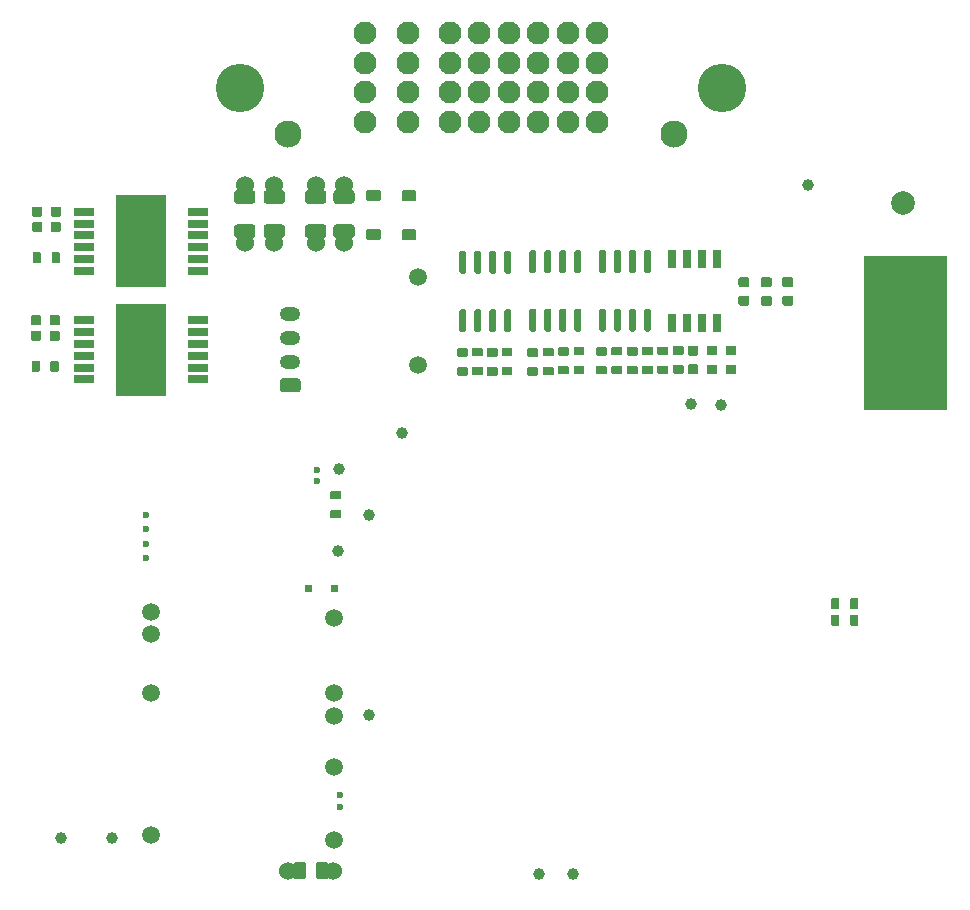
<source format=gts>
G04 #@! TF.GenerationSoftware,KiCad,Pcbnew,8.0.9-8.0.9-0~ubuntu24.04.1*
G04 #@! TF.CreationDate,2025-10-07T03:53:54+00:00*
G04 #@! TF.ProjectId,PROLT,50524f4c-542e-46b6-9963-61645f706362,rev?*
G04 #@! TF.SameCoordinates,Original*
G04 #@! TF.FileFunction,Soldermask,Top*
G04 #@! TF.FilePolarity,Negative*
%FSLAX46Y46*%
G04 Gerber Fmt 4.6, Leading zero omitted, Abs format (unit mm)*
G04 Created by KiCad (PCBNEW 8.0.9-8.0.9-0~ubuntu24.04.1) date 2025-10-07 03:53:54*
%MOMM*%
%LPD*%
G01*
G04 APERTURE LIST*
%ADD10C,0.120000*%
%ADD11C,1.000000*%
%ADD12C,1.524000*%
%ADD13R,0.650000X1.525000*%
%ADD14R,1.750000X0.650000*%
%ADD15R,4.300000X7.900000*%
%ADD16O,1.750000X1.200000*%
%ADD17C,4.100000*%
%ADD18C,2.300000*%
%ADD19C,1.950000*%
%ADD20C,0.600000*%
%ADD21C,2.000000*%
%ADD22C,1.500000*%
G04 APERTURE END LIST*
D10*
G04 #@! TO.C,U1*
X79400000Y40962500D02*
X72400000Y40962500D01*
X72400000Y53962500D01*
X79400000Y53962500D01*
X79400000Y40962500D01*
G36*
X79400000Y40962500D02*
G01*
X72400000Y40962500D01*
X72400000Y53962500D01*
X79400000Y53962500D01*
X79400000Y40962500D01*
G37*
G04 #@! TD*
G04 #@! TO.C,R9*
G36*
G01*
X38830000Y43823405D02*
X38050000Y43823405D01*
G75*
G02*
X37980000Y43893405I0J70000D01*
G01*
X37980000Y44453405D01*
G75*
G02*
X38050000Y44523405I70000J0D01*
G01*
X38830000Y44523405D01*
G75*
G02*
X38900000Y44453405I0J-70000D01*
G01*
X38900000Y43893405D01*
G75*
G02*
X38830000Y43823405I-70000J0D01*
G01*
G37*
G36*
G01*
X38830000Y45423405D02*
X38050000Y45423405D01*
G75*
G02*
X37980000Y45493405I0J70000D01*
G01*
X37980000Y46053405D01*
G75*
G02*
X38050000Y46123405I70000J0D01*
G01*
X38830000Y46123405D01*
G75*
G02*
X38900000Y46053405I0J-70000D01*
G01*
X38900000Y45493405D01*
G75*
G02*
X38830000Y45423405I-70000J0D01*
G01*
G37*
G04 #@! TD*
D11*
G04 #@! TO.C,TP1*
X28000000Y35900000D03*
G04 #@! TD*
G04 #@! TO.C,C1*
G36*
G01*
X58305000Y43934999D02*
X57625000Y43934999D01*
G75*
G02*
X57540000Y44019999I0J85000D01*
G01*
X57540000Y44699999D01*
G75*
G02*
X57625000Y44784999I85000J0D01*
G01*
X58305000Y44784999D01*
G75*
G02*
X58390000Y44699999I0J-85000D01*
G01*
X58390000Y44019999D01*
G75*
G02*
X58305000Y43934999I-85000J0D01*
G01*
G37*
G36*
G01*
X58305000Y45515001D02*
X57625000Y45515001D01*
G75*
G02*
X57540000Y45600001I0J85000D01*
G01*
X57540000Y46280001D01*
G75*
G02*
X57625000Y46365001I85000J0D01*
G01*
X58305000Y46365001D01*
G75*
G02*
X58390000Y46280001I0J-85000D01*
G01*
X58390000Y45600001D01*
G75*
G02*
X58305000Y45515001I-85000J0D01*
G01*
G37*
G04 #@! TD*
G04 #@! TO.C,R20*
G36*
G01*
X53710000Y46250000D02*
X54490000Y46250000D01*
G75*
G02*
X54560000Y46180000I0J-70000D01*
G01*
X54560000Y45620000D01*
G75*
G02*
X54490000Y45550000I-70000J0D01*
G01*
X53710000Y45550000D01*
G75*
G02*
X53640000Y45620000I0J70000D01*
G01*
X53640000Y46180000D01*
G75*
G02*
X53710000Y46250000I70000J0D01*
G01*
G37*
G36*
G01*
X53710000Y44650000D02*
X54490000Y44650000D01*
G75*
G02*
X54560000Y44580000I0J-70000D01*
G01*
X54560000Y44020000D01*
G75*
G02*
X54490000Y43950000I-70000J0D01*
G01*
X53710000Y43950000D01*
G75*
G02*
X53640000Y44020000I0J70000D01*
G01*
X53640000Y44580000D01*
G75*
G02*
X53710000Y44650000I70000J0D01*
G01*
G37*
G04 #@! TD*
G04 #@! TO.C,C26*
G36*
G01*
X1894998Y48160000D02*
X1894998Y48840000D01*
G75*
G02*
X1979998Y48925000I85000J0D01*
G01*
X2659998Y48925000D01*
G75*
G02*
X2744998Y48840000I0J-85000D01*
G01*
X2744998Y48160000D01*
G75*
G02*
X2659998Y48075000I-85000J0D01*
G01*
X1979998Y48075000D01*
G75*
G02*
X1894998Y48160000I0J85000D01*
G01*
G37*
G36*
G01*
X3475000Y48160000D02*
X3475000Y48840000D01*
G75*
G02*
X3560000Y48925000I85000J0D01*
G01*
X4240000Y48925000D01*
G75*
G02*
X4325000Y48840000I0J-85000D01*
G01*
X4325000Y48160000D01*
G75*
G02*
X4240000Y48075000I-85000J0D01*
G01*
X3560000Y48075000D01*
G75*
G02*
X3475000Y48160000I0J85000D01*
G01*
G37*
G04 #@! TD*
G04 #@! TO.C,R15*
G36*
G01*
X71950000Y23490000D02*
X71950000Y22710000D01*
G75*
G02*
X71880000Y22640000I-70000J0D01*
G01*
X71320000Y22640000D01*
G75*
G02*
X71250000Y22710000I0J70000D01*
G01*
X71250000Y23490000D01*
G75*
G02*
X71320000Y23560000I70000J0D01*
G01*
X71880000Y23560000D01*
G75*
G02*
X71950000Y23490000I0J-70000D01*
G01*
G37*
G36*
G01*
X70350000Y23490000D02*
X70350000Y22710000D01*
G75*
G02*
X70280000Y22640000I-70000J0D01*
G01*
X69720000Y22640000D01*
G75*
G02*
X69650000Y22710000I0J70000D01*
G01*
X69650000Y23490000D01*
G75*
G02*
X69720000Y23560000I70000J0D01*
G01*
X70280000Y23560000D01*
G75*
G02*
X70350000Y23490000I0J-70000D01*
G01*
G37*
G04 #@! TD*
G04 #@! TO.C,R19*
G36*
G01*
X51110000Y46250000D02*
X51890000Y46250000D01*
G75*
G02*
X51960000Y46180000I0J-70000D01*
G01*
X51960000Y45620000D01*
G75*
G02*
X51890000Y45550000I-70000J0D01*
G01*
X51110000Y45550000D01*
G75*
G02*
X51040000Y45620000I0J70000D01*
G01*
X51040000Y46180000D01*
G75*
G02*
X51110000Y46250000I70000J0D01*
G01*
G37*
G36*
G01*
X51110000Y44650000D02*
X51890000Y44650000D01*
G75*
G02*
X51960000Y44580000I0J-70000D01*
G01*
X51960000Y44020000D01*
G75*
G02*
X51890000Y43950000I-70000J0D01*
G01*
X51110000Y43950000D01*
G75*
G02*
X51040000Y44020000I0J70000D01*
G01*
X51040000Y44580000D01*
G75*
G02*
X51110000Y44650000I70000J0D01*
G01*
G37*
G04 #@! TD*
D12*
G04 #@! TO.C,F7*
X28400000Y59950000D03*
G36*
G01*
X27500000Y58605010D02*
X27500000Y59295010D01*
G75*
G02*
X27730000Y59525010I230000J0D01*
G01*
X29070000Y59525010D01*
G75*
G02*
X29300000Y59295010I0J-230000D01*
G01*
X29300000Y58605010D01*
G75*
G02*
X29070000Y58375010I-230000J0D01*
G01*
X27730000Y58375010D01*
G75*
G02*
X27500000Y58605010I0J230000D01*
G01*
G37*
G36*
G01*
X27500000Y55704990D02*
X27500000Y56394990D01*
G75*
G02*
X27730000Y56624990I230000J0D01*
G01*
X29070000Y56624990D01*
G75*
G02*
X29300000Y56394990I0J-230000D01*
G01*
X29300000Y55704990D01*
G75*
G02*
X29070000Y55474990I-230000J0D01*
G01*
X27730000Y55474990D01*
G75*
G02*
X27500000Y55704990I0J230000D01*
G01*
G37*
X28400000Y55050000D03*
G04 #@! TD*
D11*
G04 #@! TO.C,TP11*
X4400000Y4700000D03*
G04 #@! TD*
G04 #@! TO.C,U3*
G36*
G01*
X50445000Y47550000D02*
X50145000Y47550000D01*
G75*
G02*
X49995000Y47700000I0J150000D01*
G01*
X49995000Y49350000D01*
G75*
G02*
X50145000Y49500000I150000J0D01*
G01*
X50445000Y49500000D01*
G75*
G02*
X50595000Y49350000I0J-150000D01*
G01*
X50595000Y47700000D01*
G75*
G02*
X50445000Y47550000I-150000J0D01*
G01*
G37*
G36*
G01*
X51715000Y47550000D02*
X51415000Y47550000D01*
G75*
G02*
X51265000Y47700000I0J150000D01*
G01*
X51265000Y49350000D01*
G75*
G02*
X51415000Y49500000I150000J0D01*
G01*
X51715000Y49500000D01*
G75*
G02*
X51865000Y49350000I0J-150000D01*
G01*
X51865000Y47700000D01*
G75*
G02*
X51715000Y47550000I-150000J0D01*
G01*
G37*
G36*
G01*
X52985000Y47550000D02*
X52685000Y47550000D01*
G75*
G02*
X52535000Y47700000I0J150000D01*
G01*
X52535000Y49350000D01*
G75*
G02*
X52685000Y49500000I150000J0D01*
G01*
X52985000Y49500000D01*
G75*
G02*
X53135000Y49350000I0J-150000D01*
G01*
X53135000Y47700000D01*
G75*
G02*
X52985000Y47550000I-150000J0D01*
G01*
G37*
G36*
G01*
X54255000Y47550000D02*
X53955000Y47550000D01*
G75*
G02*
X53805000Y47700000I0J150000D01*
G01*
X53805000Y49350000D01*
G75*
G02*
X53955000Y49500000I150000J0D01*
G01*
X54255000Y49500000D01*
G75*
G02*
X54405000Y49350000I0J-150000D01*
G01*
X54405000Y47700000D01*
G75*
G02*
X54255000Y47550000I-150000J0D01*
G01*
G37*
G36*
G01*
X54255000Y52500000D02*
X53955000Y52500000D01*
G75*
G02*
X53805000Y52650000I0J150000D01*
G01*
X53805000Y54300000D01*
G75*
G02*
X53955000Y54450000I150000J0D01*
G01*
X54255000Y54450000D01*
G75*
G02*
X54405000Y54300000I0J-150000D01*
G01*
X54405000Y52650000D01*
G75*
G02*
X54255000Y52500000I-150000J0D01*
G01*
G37*
G36*
G01*
X52985000Y52500000D02*
X52685000Y52500000D01*
G75*
G02*
X52535000Y52650000I0J150000D01*
G01*
X52535000Y54300000D01*
G75*
G02*
X52685000Y54450000I150000J0D01*
G01*
X52985000Y54450000D01*
G75*
G02*
X53135000Y54300000I0J-150000D01*
G01*
X53135000Y52650000D01*
G75*
G02*
X52985000Y52500000I-150000J0D01*
G01*
G37*
G36*
G01*
X51715000Y52500000D02*
X51415000Y52500000D01*
G75*
G02*
X51265000Y52650000I0J150000D01*
G01*
X51265000Y54300000D01*
G75*
G02*
X51415000Y54450000I150000J0D01*
G01*
X51715000Y54450000D01*
G75*
G02*
X51865000Y54300000I0J-150000D01*
G01*
X51865000Y52650000D01*
G75*
G02*
X51715000Y52500000I-150000J0D01*
G01*
G37*
G36*
G01*
X50445000Y52500000D02*
X50145000Y52500000D01*
G75*
G02*
X49995000Y52650000I0J150000D01*
G01*
X49995000Y54300000D01*
G75*
G02*
X50145000Y54450000I150000J0D01*
G01*
X50445000Y54450000D01*
G75*
G02*
X50595000Y54300000I0J-150000D01*
G01*
X50595000Y52650000D01*
G75*
G02*
X50445000Y52500000I-150000J0D01*
G01*
G37*
G04 #@! TD*
D13*
G04 #@! TO.C,IC1*
X56195000Y48313000D03*
X57465000Y48313000D03*
X58735000Y48313000D03*
X60005000Y48313000D03*
X60005000Y53737000D03*
X58735000Y53737000D03*
X57465000Y53737000D03*
X56195000Y53737000D03*
G04 #@! TD*
G04 #@! TO.C,R12*
G36*
G01*
X4250000Y44990000D02*
X4250000Y44210000D01*
G75*
G02*
X4180000Y44140000I-70000J0D01*
G01*
X3620000Y44140000D01*
G75*
G02*
X3550000Y44210000I0J70000D01*
G01*
X3550000Y44990000D01*
G75*
G02*
X3620000Y45060000I70000J0D01*
G01*
X4180000Y45060000D01*
G75*
G02*
X4250000Y44990000I0J-70000D01*
G01*
G37*
G36*
G01*
X2650000Y44990000D02*
X2650000Y44210000D01*
G75*
G02*
X2580000Y44140000I-70000J0D01*
G01*
X2020000Y44140000D01*
G75*
G02*
X1950000Y44210000I0J70000D01*
G01*
X1950000Y44990000D01*
G75*
G02*
X2020000Y45060000I70000J0D01*
G01*
X2580000Y45060000D01*
G75*
G02*
X2650000Y44990000I0J-70000D01*
G01*
G37*
G04 #@! TD*
G04 #@! TO.C,C13*
G36*
G01*
X1994998Y57360000D02*
X1994998Y58040000D01*
G75*
G02*
X2079998Y58125000I85000J0D01*
G01*
X2759998Y58125000D01*
G75*
G02*
X2844998Y58040000I0J-85000D01*
G01*
X2844998Y57360000D01*
G75*
G02*
X2759998Y57275000I-85000J0D01*
G01*
X2079998Y57275000D01*
G75*
G02*
X1994998Y57360000I0J85000D01*
G01*
G37*
G36*
G01*
X3575000Y57360000D02*
X3575000Y58040000D01*
G75*
G02*
X3660000Y58125000I85000J0D01*
G01*
X4340000Y58125000D01*
G75*
G02*
X4425000Y58040000I0J-85000D01*
G01*
X4425000Y57360000D01*
G75*
G02*
X4340000Y57275000I-85000J0D01*
G01*
X3660000Y57275000D01*
G75*
G02*
X3575000Y57360000I0J85000D01*
G01*
G37*
G04 #@! TD*
G04 #@! TO.C,R14*
G36*
G01*
X69650000Y24110000D02*
X69650000Y24890000D01*
G75*
G02*
X69720000Y24960000I70000J0D01*
G01*
X70280000Y24960000D01*
G75*
G02*
X70350000Y24890000I0J-70000D01*
G01*
X70350000Y24110000D01*
G75*
G02*
X70280000Y24040000I-70000J0D01*
G01*
X69720000Y24040000D01*
G75*
G02*
X69650000Y24110000I0J70000D01*
G01*
G37*
G36*
G01*
X71250000Y24110000D02*
X71250000Y24890000D01*
G75*
G02*
X71320000Y24960000I70000J0D01*
G01*
X71880000Y24960000D01*
G75*
G02*
X71950000Y24890000I0J-70000D01*
G01*
X71950000Y24110000D01*
G75*
G02*
X71880000Y24040000I-70000J0D01*
G01*
X71320000Y24040000D01*
G75*
G02*
X71250000Y24110000I0J70000D01*
G01*
G37*
G04 #@! TD*
D11*
G04 #@! TO.C,TP9*
X8800000Y4700000D03*
G04 #@! TD*
D14*
G04 #@! TO.C,IC3*
X16000000Y43500000D03*
X16000000Y44500000D03*
X16000000Y45500000D03*
X16000000Y46500000D03*
X16000000Y47500000D03*
X16000000Y48500000D03*
X6400000Y48500000D03*
X6400000Y47500000D03*
X6400000Y46500000D03*
X6400000Y45500000D03*
X6400000Y44500000D03*
X6400000Y43500000D03*
D15*
X11200000Y46000000D03*
G04 #@! TD*
G04 #@! TO.C,D3*
G36*
G01*
X27838502Y25512502D02*
X27358502Y25512502D01*
G75*
G02*
X27298502Y25572502I0J60000D01*
G01*
X27298502Y26052502D01*
G75*
G02*
X27358502Y26112502I60000J0D01*
G01*
X27838502Y26112502D01*
G75*
G02*
X27898502Y26052502I0J-60000D01*
G01*
X27898502Y25572502D01*
G75*
G02*
X27838502Y25512502I-60000J0D01*
G01*
G37*
G36*
G01*
X25638502Y25512502D02*
X25158502Y25512502D01*
G75*
G02*
X25098502Y25572502I0J60000D01*
G01*
X25098502Y26052502D01*
G75*
G02*
X25158502Y26112502I60000J0D01*
G01*
X25638502Y26112502D01*
G75*
G02*
X25698502Y26052502I0J-60000D01*
G01*
X25698502Y25572502D01*
G75*
G02*
X25638502Y25512502I-60000J0D01*
G01*
G37*
G04 #@! TD*
D11*
G04 #@! TO.C,TP14*
X57800000Y41400000D03*
G04 #@! TD*
G04 #@! TO.C,C27*
G36*
G01*
X1894998Y46860000D02*
X1894998Y47540000D01*
G75*
G02*
X1979998Y47625000I85000J0D01*
G01*
X2659998Y47625000D01*
G75*
G02*
X2744998Y47540000I0J-85000D01*
G01*
X2744998Y46860000D01*
G75*
G02*
X2659998Y46775000I-85000J0D01*
G01*
X1979998Y46775000D01*
G75*
G02*
X1894998Y46860000I0J85000D01*
G01*
G37*
G36*
G01*
X3475000Y46860000D02*
X3475000Y47540000D01*
G75*
G02*
X3560000Y47625000I85000J0D01*
G01*
X4240000Y47625000D01*
G75*
G02*
X4325000Y47540000I0J-85000D01*
G01*
X4325000Y46860000D01*
G75*
G02*
X4240000Y46775000I-85000J0D01*
G01*
X3560000Y46775000D01*
G75*
G02*
X3475000Y46860000I0J85000D01*
G01*
G37*
G04 #@! TD*
G04 #@! TO.C,R13*
G36*
G01*
X28090000Y31750000D02*
X27310000Y31750000D01*
G75*
G02*
X27240000Y31820000I0J70000D01*
G01*
X27240000Y32380000D01*
G75*
G02*
X27310000Y32450000I70000J0D01*
G01*
X28090000Y32450000D01*
G75*
G02*
X28160000Y32380000I0J-70000D01*
G01*
X28160000Y31820000D01*
G75*
G02*
X28090000Y31750000I-70000J0D01*
G01*
G37*
G36*
G01*
X28090000Y33350000D02*
X27310000Y33350000D01*
G75*
G02*
X27240000Y33420000I0J70000D01*
G01*
X27240000Y33980000D01*
G75*
G02*
X27310000Y34050000I70000J0D01*
G01*
X28090000Y34050000D01*
G75*
G02*
X28160000Y33980000I0J-70000D01*
G01*
X28160000Y33420000D01*
G75*
G02*
X28090000Y33350000I-70000J0D01*
G01*
G37*
G04 #@! TD*
G04 #@! TO.C,J2*
G36*
G01*
X24475000Y42400000D02*
X23225000Y42400000D01*
G75*
G02*
X22975000Y42650000I0J250000D01*
G01*
X22975000Y43350000D01*
G75*
G02*
X23225000Y43600000I250000J0D01*
G01*
X24475000Y43600000D01*
G75*
G02*
X24725000Y43350000I0J-250000D01*
G01*
X24725000Y42650000D01*
G75*
G02*
X24475000Y42400000I-250000J0D01*
G01*
G37*
D16*
X23850000Y45000000D03*
X23850000Y47000000D03*
X23850000Y49000000D03*
G04 #@! TD*
G04 #@! TO.C,R4*
G36*
G01*
X53190000Y43925000D02*
X52410000Y43925000D01*
G75*
G02*
X52340000Y43995000I0J70000D01*
G01*
X52340000Y44555000D01*
G75*
G02*
X52410000Y44625000I70000J0D01*
G01*
X53190000Y44625000D01*
G75*
G02*
X53260000Y44555000I0J-70000D01*
G01*
X53260000Y43995000D01*
G75*
G02*
X53190000Y43925000I-70000J0D01*
G01*
G37*
G36*
G01*
X53190000Y45525000D02*
X52410000Y45525000D01*
G75*
G02*
X52340000Y45595000I0J70000D01*
G01*
X52340000Y46155000D01*
G75*
G02*
X52410000Y46225000I70000J0D01*
G01*
X53190000Y46225000D01*
G75*
G02*
X53260000Y46155000I0J-70000D01*
G01*
X53260000Y45595000D01*
G75*
G02*
X53190000Y45525000I-70000J0D01*
G01*
G37*
G04 #@! TD*
D11*
G04 #@! TO.C,TP3*
X27900000Y29000000D03*
G04 #@! TD*
G04 #@! TO.C,R5*
G36*
G01*
X55790000Y43975000D02*
X55010000Y43975000D01*
G75*
G02*
X54940000Y44045000I0J70000D01*
G01*
X54940000Y44605000D01*
G75*
G02*
X55010000Y44675000I70000J0D01*
G01*
X55790000Y44675000D01*
G75*
G02*
X55860000Y44605000I0J-70000D01*
G01*
X55860000Y44045000D01*
G75*
G02*
X55790000Y43975000I-70000J0D01*
G01*
G37*
G36*
G01*
X55790000Y45575000D02*
X55010000Y45575000D01*
G75*
G02*
X54940000Y45645000I0J70000D01*
G01*
X54940000Y46205000D01*
G75*
G02*
X55010000Y46275000I70000J0D01*
G01*
X55790000Y46275000D01*
G75*
G02*
X55860000Y46205000I0J-70000D01*
G01*
X55860000Y45645000D01*
G75*
G02*
X55790000Y45575000I-70000J0D01*
G01*
G37*
G04 #@! TD*
G04 #@! TO.C,R1*
G36*
G01*
X44770000Y43825000D02*
X43990000Y43825000D01*
G75*
G02*
X43920000Y43895000I0J70000D01*
G01*
X43920000Y44455000D01*
G75*
G02*
X43990000Y44525000I70000J0D01*
G01*
X44770000Y44525000D01*
G75*
G02*
X44840000Y44455000I0J-70000D01*
G01*
X44840000Y43895000D01*
G75*
G02*
X44770000Y43825000I-70000J0D01*
G01*
G37*
G36*
G01*
X44770000Y45425000D02*
X43990000Y45425000D01*
G75*
G02*
X43920000Y45495000I0J70000D01*
G01*
X43920000Y46055000D01*
G75*
G02*
X43990000Y46125000I70000J0D01*
G01*
X44770000Y46125000D01*
G75*
G02*
X44840000Y46055000I0J-70000D01*
G01*
X44840000Y45495000D01*
G75*
G02*
X44770000Y45425000I-70000J0D01*
G01*
G37*
G04 #@! TD*
G04 #@! TO.C,R21*
G36*
G01*
X39310000Y46150000D02*
X40090000Y46150000D01*
G75*
G02*
X40160000Y46080000I0J-70000D01*
G01*
X40160000Y45520000D01*
G75*
G02*
X40090000Y45450000I-70000J0D01*
G01*
X39310000Y45450000D01*
G75*
G02*
X39240000Y45520000I0J70000D01*
G01*
X39240000Y46080000D01*
G75*
G02*
X39310000Y46150000I70000J0D01*
G01*
G37*
G36*
G01*
X39310000Y44550000D02*
X40090000Y44550000D01*
G75*
G02*
X40160000Y44480000I0J-70000D01*
G01*
X40160000Y43920000D01*
G75*
G02*
X40090000Y43850000I-70000J0D01*
G01*
X39310000Y43850000D01*
G75*
G02*
X39240000Y43920000I0J70000D01*
G01*
X39240000Y44480000D01*
G75*
G02*
X39310000Y44550000I70000J0D01*
G01*
G37*
G04 #@! TD*
G04 #@! TO.C,TP12*
X30500000Y32000000D03*
G04 #@! TD*
D17*
G04 #@! TO.C,J1*
X60400000Y68150000D03*
D18*
X56300000Y64300000D03*
X23700000Y64300000D03*
D17*
X19600000Y68150000D03*
D19*
X49850000Y65300000D03*
X49850000Y67800000D03*
X49850000Y70300000D03*
X49850000Y72800000D03*
X47350000Y65300000D03*
X47350000Y67800000D03*
X47350000Y70300000D03*
X47350000Y72800000D03*
X44850000Y65300000D03*
X44850000Y67800000D03*
X44850000Y70300000D03*
X44850000Y72800000D03*
X42350000Y65300000D03*
X42350000Y67800000D03*
X42350000Y70300000D03*
X42350000Y72800000D03*
X39850000Y65300000D03*
X39850000Y67800000D03*
X39850000Y70300000D03*
X39850000Y72800000D03*
X37350000Y65300000D03*
X37350000Y67800000D03*
X37350000Y70300000D03*
X37350000Y72800000D03*
X33850000Y65300000D03*
X33850000Y67800000D03*
X33850000Y70300000D03*
X33850000Y72800000D03*
X30150000Y65300000D03*
X30150000Y67800000D03*
X30150000Y70300000D03*
X30150000Y72800000D03*
G04 #@! TD*
D14*
G04 #@! TO.C,IC2*
X16000000Y52700000D03*
X16000000Y53700000D03*
X16000000Y54700000D03*
X16000000Y55700000D03*
X16000000Y56700000D03*
X16000000Y57700000D03*
X6400000Y57700000D03*
X6400000Y56700000D03*
X6400000Y55700000D03*
X6400000Y54700000D03*
X6400000Y53700000D03*
X6400000Y52700000D03*
D15*
X11200000Y55200000D03*
G04 #@! TD*
D11*
G04 #@! TO.C,TP5*
X47800000Y1600000D03*
G04 #@! TD*
G04 #@! TO.C,TP6*
X44900000Y1600000D03*
G04 #@! TD*
G04 #@! TO.C,TP4*
X67700000Y60000000D03*
G04 #@! TD*
G04 #@! TO.C,F2*
G36*
G01*
X63908750Y52162500D02*
X64421250Y52162500D01*
G75*
G02*
X64640000Y51943750I0J-218750D01*
G01*
X64640000Y51506250D01*
G75*
G02*
X64421250Y51287500I-218750J0D01*
G01*
X63908750Y51287500D01*
G75*
G02*
X63690000Y51506250I0J218750D01*
G01*
X63690000Y51943750D01*
G75*
G02*
X63908750Y52162500I218750J0D01*
G01*
G37*
G36*
G01*
X63908750Y50587500D02*
X64421250Y50587500D01*
G75*
G02*
X64640000Y50368750I0J-218750D01*
G01*
X64640000Y49931250D01*
G75*
G02*
X64421250Y49712500I-218750J0D01*
G01*
X63908750Y49712500D01*
G75*
G02*
X63690000Y49931250I0J218750D01*
G01*
X63690000Y50368750D01*
G75*
G02*
X63908750Y50587500I218750J0D01*
G01*
G37*
G04 #@! TD*
G04 #@! TO.C,U4*
G36*
G01*
X38620000Y47500000D02*
X38320000Y47500000D01*
G75*
G02*
X38170000Y47650000I0J150000D01*
G01*
X38170000Y49300000D01*
G75*
G02*
X38320000Y49450000I150000J0D01*
G01*
X38620000Y49450000D01*
G75*
G02*
X38770000Y49300000I0J-150000D01*
G01*
X38770000Y47650000D01*
G75*
G02*
X38620000Y47500000I-150000J0D01*
G01*
G37*
G36*
G01*
X39890000Y47500000D02*
X39590000Y47500000D01*
G75*
G02*
X39440000Y47650000I0J150000D01*
G01*
X39440000Y49300000D01*
G75*
G02*
X39590000Y49450000I150000J0D01*
G01*
X39890000Y49450000D01*
G75*
G02*
X40040000Y49300000I0J-150000D01*
G01*
X40040000Y47650000D01*
G75*
G02*
X39890000Y47500000I-150000J0D01*
G01*
G37*
G36*
G01*
X41160000Y47500000D02*
X40860000Y47500000D01*
G75*
G02*
X40710000Y47650000I0J150000D01*
G01*
X40710000Y49300000D01*
G75*
G02*
X40860000Y49450000I150000J0D01*
G01*
X41160000Y49450000D01*
G75*
G02*
X41310000Y49300000I0J-150000D01*
G01*
X41310000Y47650000D01*
G75*
G02*
X41160000Y47500000I-150000J0D01*
G01*
G37*
G36*
G01*
X42430000Y47500000D02*
X42130000Y47500000D01*
G75*
G02*
X41980000Y47650000I0J150000D01*
G01*
X41980000Y49300000D01*
G75*
G02*
X42130000Y49450000I150000J0D01*
G01*
X42430000Y49450000D01*
G75*
G02*
X42580000Y49300000I0J-150000D01*
G01*
X42580000Y47650000D01*
G75*
G02*
X42430000Y47500000I-150000J0D01*
G01*
G37*
G36*
G01*
X42430000Y52450000D02*
X42130000Y52450000D01*
G75*
G02*
X41980000Y52600000I0J150000D01*
G01*
X41980000Y54250000D01*
G75*
G02*
X42130000Y54400000I150000J0D01*
G01*
X42430000Y54400000D01*
G75*
G02*
X42580000Y54250000I0J-150000D01*
G01*
X42580000Y52600000D01*
G75*
G02*
X42430000Y52450000I-150000J0D01*
G01*
G37*
G36*
G01*
X41160000Y52450000D02*
X40860000Y52450000D01*
G75*
G02*
X40710000Y52600000I0J150000D01*
G01*
X40710000Y54250000D01*
G75*
G02*
X40860000Y54400000I150000J0D01*
G01*
X41160000Y54400000D01*
G75*
G02*
X41310000Y54250000I0J-150000D01*
G01*
X41310000Y52600000D01*
G75*
G02*
X41160000Y52450000I-150000J0D01*
G01*
G37*
G36*
G01*
X39890000Y52450000D02*
X39590000Y52450000D01*
G75*
G02*
X39440000Y52600000I0J150000D01*
G01*
X39440000Y54250000D01*
G75*
G02*
X39590000Y54400000I150000J0D01*
G01*
X39890000Y54400000D01*
G75*
G02*
X40040000Y54250000I0J-150000D01*
G01*
X40040000Y52600000D01*
G75*
G02*
X39890000Y52450000I-150000J0D01*
G01*
G37*
G36*
G01*
X38620000Y52450000D02*
X38320000Y52450000D01*
G75*
G02*
X38170000Y52600000I0J150000D01*
G01*
X38170000Y54250000D01*
G75*
G02*
X38320000Y54400000I150000J0D01*
G01*
X38620000Y54400000D01*
G75*
G02*
X38770000Y54250000I0J-150000D01*
G01*
X38770000Y52600000D01*
G75*
G02*
X38620000Y52450000I-150000J0D01*
G01*
G37*
G04 #@! TD*
D12*
G04 #@! TO.C,F5*
X22500000Y59950000D03*
G36*
G01*
X21600000Y58605010D02*
X21600000Y59295010D01*
G75*
G02*
X21830000Y59525010I230000J0D01*
G01*
X23170000Y59525010D01*
G75*
G02*
X23400000Y59295010I0J-230000D01*
G01*
X23400000Y58605010D01*
G75*
G02*
X23170000Y58375010I-230000J0D01*
G01*
X21830000Y58375010D01*
G75*
G02*
X21600000Y58605010I0J230000D01*
G01*
G37*
G36*
G01*
X21600000Y55704990D02*
X21600000Y56394990D01*
G75*
G02*
X21830000Y56624990I230000J0D01*
G01*
X23170000Y56624990D01*
G75*
G02*
X23400000Y56394990I0J-230000D01*
G01*
X23400000Y55704990D01*
G75*
G02*
X23170000Y55474990I-230000J0D01*
G01*
X21830000Y55474990D01*
G75*
G02*
X21600000Y55704990I0J230000D01*
G01*
G37*
X22500000Y55050000D03*
G04 #@! TD*
D11*
G04 #@! TO.C,TP10*
X60300000Y41300000D03*
G04 #@! TD*
G04 #@! TO.C,R18*
G36*
G01*
X45310000Y46150000D02*
X46090000Y46150000D01*
G75*
G02*
X46160000Y46080000I0J-70000D01*
G01*
X46160000Y45520000D01*
G75*
G02*
X46090000Y45450000I-70000J0D01*
G01*
X45310000Y45450000D01*
G75*
G02*
X45240000Y45520000I0J70000D01*
G01*
X45240000Y46080000D01*
G75*
G02*
X45310000Y46150000I70000J0D01*
G01*
G37*
G36*
G01*
X45310000Y44550000D02*
X46090000Y44550000D01*
G75*
G02*
X46160000Y44480000I0J-70000D01*
G01*
X46160000Y43920000D01*
G75*
G02*
X46090000Y43850000I-70000J0D01*
G01*
X45310000Y43850000D01*
G75*
G02*
X45240000Y43920000I0J70000D01*
G01*
X45240000Y44480000D01*
G75*
G02*
X45310000Y44550000I70000J0D01*
G01*
G37*
G04 #@! TD*
D12*
G04 #@! TO.C,R16*
X23695000Y1900000D03*
G36*
G01*
X24149999Y1275000D02*
X24149999Y2525000D01*
G75*
G02*
X24249999Y2625000I100000J0D01*
G01*
X25049999Y2625000D01*
G75*
G02*
X25149999Y2525000I0J-100000D01*
G01*
X25149999Y1275000D01*
G75*
G02*
X25049999Y1175000I-100000J0D01*
G01*
X24249999Y1175000D01*
G75*
G02*
X24149999Y1275000I0J100000D01*
G01*
G37*
G36*
G01*
X26050021Y1275000D02*
X26050021Y2525000D01*
G75*
G02*
X26150021Y2625000I100000J0D01*
G01*
X26950021Y2625000D01*
G75*
G02*
X27050021Y2525000I0J-100000D01*
G01*
X27050021Y1275000D01*
G75*
G02*
X26950021Y1175000I-100000J0D01*
G01*
X26150021Y1175000D01*
G75*
G02*
X26050021Y1275000I0J100000D01*
G01*
G37*
X27505000Y1900000D03*
G04 #@! TD*
G04 #@! TO.C,R11*
G36*
G01*
X4350000Y54190000D02*
X4350000Y53410000D01*
G75*
G02*
X4280000Y53340000I-70000J0D01*
G01*
X3720000Y53340000D01*
G75*
G02*
X3650000Y53410000I0J70000D01*
G01*
X3650000Y54190000D01*
G75*
G02*
X3720000Y54260000I70000J0D01*
G01*
X4280000Y54260000D01*
G75*
G02*
X4350000Y54190000I0J-70000D01*
G01*
G37*
G36*
G01*
X2750000Y54190000D02*
X2750000Y53410000D01*
G75*
G02*
X2680000Y53340000I-70000J0D01*
G01*
X2120000Y53340000D01*
G75*
G02*
X2050000Y53410000I0J70000D01*
G01*
X2050000Y54190000D01*
G75*
G02*
X2120000Y54260000I70000J0D01*
G01*
X2680000Y54260000D01*
G75*
G02*
X2750000Y54190000I0J-70000D01*
G01*
G37*
G04 #@! TD*
D11*
G04 #@! TO.C,TP8*
X30500000Y15100000D03*
G04 #@! TD*
G04 #@! TO.C,D2*
G36*
G01*
X31410000Y55300000D02*
X30390000Y55300000D01*
G75*
G02*
X30300000Y55390000I0J90000D01*
G01*
X30300000Y56110000D01*
G75*
G02*
X30390000Y56200000I90000J0D01*
G01*
X31410000Y56200000D01*
G75*
G02*
X31500000Y56110000I0J-90000D01*
G01*
X31500000Y55390000D01*
G75*
G02*
X31410000Y55300000I-90000J0D01*
G01*
G37*
G36*
G01*
X31410000Y58600000D02*
X30390000Y58600000D01*
G75*
G02*
X30300000Y58690000I0J90000D01*
G01*
X30300000Y59410000D01*
G75*
G02*
X30390000Y59500000I90000J0D01*
G01*
X31410000Y59500000D01*
G75*
G02*
X31500000Y59410000I0J-90000D01*
G01*
X31500000Y58690000D01*
G75*
G02*
X31410000Y58600000I-90000J0D01*
G01*
G37*
G04 #@! TD*
D12*
G04 #@! TO.C,F4*
X20000000Y59950000D03*
G36*
G01*
X19100000Y58605010D02*
X19100000Y59295010D01*
G75*
G02*
X19330000Y59525010I230000J0D01*
G01*
X20670000Y59525010D01*
G75*
G02*
X20900000Y59295010I0J-230000D01*
G01*
X20900000Y58605010D01*
G75*
G02*
X20670000Y58375010I-230000J0D01*
G01*
X19330000Y58375010D01*
G75*
G02*
X19100000Y58605010I0J230000D01*
G01*
G37*
G36*
G01*
X19100000Y55704990D02*
X19100000Y56394990D01*
G75*
G02*
X19330000Y56624990I230000J0D01*
G01*
X20670000Y56624990D01*
G75*
G02*
X20900000Y56394990I0J-230000D01*
G01*
X20900000Y55704990D01*
G75*
G02*
X20670000Y55474990I-230000J0D01*
G01*
X19330000Y55474990D01*
G75*
G02*
X19100000Y55704990I0J230000D01*
G01*
G37*
X20000000Y55050000D03*
G04 #@! TD*
D11*
G04 #@! TO.C,TP7*
X33300000Y39000000D03*
G04 #@! TD*
G04 #@! TO.C,D1*
G36*
G01*
X34410000Y55300000D02*
X33390000Y55300000D01*
G75*
G02*
X33300000Y55390000I0J90000D01*
G01*
X33300000Y56110000D01*
G75*
G02*
X33390000Y56200000I90000J0D01*
G01*
X34410000Y56200000D01*
G75*
G02*
X34500000Y56110000I0J-90000D01*
G01*
X34500000Y55390000D01*
G75*
G02*
X34410000Y55300000I-90000J0D01*
G01*
G37*
G36*
G01*
X34410000Y58600000D02*
X33390000Y58600000D01*
G75*
G02*
X33300000Y58690000I0J90000D01*
G01*
X33300000Y59410000D01*
G75*
G02*
X33390000Y59500000I90000J0D01*
G01*
X34410000Y59500000D01*
G75*
G02*
X34500000Y59410000I0J-90000D01*
G01*
X34500000Y58690000D01*
G75*
G02*
X34410000Y58600000I-90000J0D01*
G01*
G37*
G04 #@! TD*
G04 #@! TO.C,U2*
G36*
G01*
X44545000Y47550000D02*
X44245000Y47550000D01*
G75*
G02*
X44095000Y47700000I0J150000D01*
G01*
X44095000Y49350000D01*
G75*
G02*
X44245000Y49500000I150000J0D01*
G01*
X44545000Y49500000D01*
G75*
G02*
X44695000Y49350000I0J-150000D01*
G01*
X44695000Y47700000D01*
G75*
G02*
X44545000Y47550000I-150000J0D01*
G01*
G37*
G36*
G01*
X45815000Y47550000D02*
X45515000Y47550000D01*
G75*
G02*
X45365000Y47700000I0J150000D01*
G01*
X45365000Y49350000D01*
G75*
G02*
X45515000Y49500000I150000J0D01*
G01*
X45815000Y49500000D01*
G75*
G02*
X45965000Y49350000I0J-150000D01*
G01*
X45965000Y47700000D01*
G75*
G02*
X45815000Y47550000I-150000J0D01*
G01*
G37*
G36*
G01*
X47085000Y47550000D02*
X46785000Y47550000D01*
G75*
G02*
X46635000Y47700000I0J150000D01*
G01*
X46635000Y49350000D01*
G75*
G02*
X46785000Y49500000I150000J0D01*
G01*
X47085000Y49500000D01*
G75*
G02*
X47235000Y49350000I0J-150000D01*
G01*
X47235000Y47700000D01*
G75*
G02*
X47085000Y47550000I-150000J0D01*
G01*
G37*
G36*
G01*
X48355000Y47550000D02*
X48055000Y47550000D01*
G75*
G02*
X47905000Y47700000I0J150000D01*
G01*
X47905000Y49350000D01*
G75*
G02*
X48055000Y49500000I150000J0D01*
G01*
X48355000Y49500000D01*
G75*
G02*
X48505000Y49350000I0J-150000D01*
G01*
X48505000Y47700000D01*
G75*
G02*
X48355000Y47550000I-150000J0D01*
G01*
G37*
G36*
G01*
X48355000Y52500000D02*
X48055000Y52500000D01*
G75*
G02*
X47905000Y52650000I0J150000D01*
G01*
X47905000Y54300000D01*
G75*
G02*
X48055000Y54450000I150000J0D01*
G01*
X48355000Y54450000D01*
G75*
G02*
X48505000Y54300000I0J-150000D01*
G01*
X48505000Y52650000D01*
G75*
G02*
X48355000Y52500000I-150000J0D01*
G01*
G37*
G36*
G01*
X47085000Y52500000D02*
X46785000Y52500000D01*
G75*
G02*
X46635000Y52650000I0J150000D01*
G01*
X46635000Y54300000D01*
G75*
G02*
X46785000Y54450000I150000J0D01*
G01*
X47085000Y54450000D01*
G75*
G02*
X47235000Y54300000I0J-150000D01*
G01*
X47235000Y52650000D01*
G75*
G02*
X47085000Y52500000I-150000J0D01*
G01*
G37*
G36*
G01*
X45815000Y52500000D02*
X45515000Y52500000D01*
G75*
G02*
X45365000Y52650000I0J150000D01*
G01*
X45365000Y54300000D01*
G75*
G02*
X45515000Y54450000I150000J0D01*
G01*
X45815000Y54450000D01*
G75*
G02*
X45965000Y54300000I0J-150000D01*
G01*
X45965000Y52650000D01*
G75*
G02*
X45815000Y52500000I-150000J0D01*
G01*
G37*
G36*
G01*
X44545000Y52500000D02*
X44245000Y52500000D01*
G75*
G02*
X44095000Y52650000I0J150000D01*
G01*
X44095000Y54300000D01*
G75*
G02*
X44245000Y54450000I150000J0D01*
G01*
X44545000Y54450000D01*
G75*
G02*
X44695000Y54300000I0J-150000D01*
G01*
X44695000Y52650000D01*
G75*
G02*
X44545000Y52500000I-150000J0D01*
G01*
G37*
G04 #@! TD*
G04 #@! TO.C,F3*
G36*
G01*
X65708750Y52175000D02*
X66221250Y52175000D01*
G75*
G02*
X66440000Y51956250I0J-218750D01*
G01*
X66440000Y51518750D01*
G75*
G02*
X66221250Y51300000I-218750J0D01*
G01*
X65708750Y51300000D01*
G75*
G02*
X65490000Y51518750I0J218750D01*
G01*
X65490000Y51956250D01*
G75*
G02*
X65708750Y52175000I218750J0D01*
G01*
G37*
G36*
G01*
X65708750Y50600000D02*
X66221250Y50600000D01*
G75*
G02*
X66440000Y50381250I0J-218750D01*
G01*
X66440000Y49943750D01*
G75*
G02*
X66221250Y49725000I-218750J0D01*
G01*
X65708750Y49725000D01*
G75*
G02*
X65490000Y49943750I0J218750D01*
G01*
X65490000Y50381250D01*
G75*
G02*
X65708750Y50600000I218750J0D01*
G01*
G37*
G04 #@! TD*
G04 #@! TO.C,R7*
G36*
G01*
X61555000Y44000000D02*
X60775000Y44000000D01*
G75*
G02*
X60705000Y44070000I0J70000D01*
G01*
X60705000Y44630000D01*
G75*
G02*
X60775000Y44700000I70000J0D01*
G01*
X61555000Y44700000D01*
G75*
G02*
X61625000Y44630000I0J-70000D01*
G01*
X61625000Y44070000D01*
G75*
G02*
X61555000Y44000000I-70000J0D01*
G01*
G37*
G36*
G01*
X61555000Y45600000D02*
X60775000Y45600000D01*
G75*
G02*
X60705000Y45670000I0J70000D01*
G01*
X60705000Y46230000D01*
G75*
G02*
X60775000Y46300000I70000J0D01*
G01*
X61555000Y46300000D01*
G75*
G02*
X61625000Y46230000I0J-70000D01*
G01*
X61625000Y45670000D01*
G75*
G02*
X61555000Y45600000I-70000J0D01*
G01*
G37*
G04 #@! TD*
G04 #@! TO.C,R8*
G36*
G01*
X59955000Y44000000D02*
X59175000Y44000000D01*
G75*
G02*
X59105000Y44070000I0J70000D01*
G01*
X59105000Y44630000D01*
G75*
G02*
X59175000Y44700000I70000J0D01*
G01*
X59955000Y44700000D01*
G75*
G02*
X60025000Y44630000I0J-70000D01*
G01*
X60025000Y44070000D01*
G75*
G02*
X59955000Y44000000I-70000J0D01*
G01*
G37*
G36*
G01*
X59955000Y45600000D02*
X59175000Y45600000D01*
G75*
G02*
X59105000Y45670000I0J70000D01*
G01*
X59105000Y46230000D01*
G75*
G02*
X59175000Y46300000I70000J0D01*
G01*
X59955000Y46300000D01*
G75*
G02*
X60025000Y46230000I0J-70000D01*
G01*
X60025000Y45670000D01*
G75*
G02*
X59955000Y45600000I-70000J0D01*
G01*
G37*
G04 #@! TD*
G04 #@! TO.C,R2*
G36*
G01*
X47370000Y43925000D02*
X46590000Y43925000D01*
G75*
G02*
X46520000Y43995000I0J70000D01*
G01*
X46520000Y44555000D01*
G75*
G02*
X46590000Y44625000I70000J0D01*
G01*
X47370000Y44625000D01*
G75*
G02*
X47440000Y44555000I0J-70000D01*
G01*
X47440000Y43995000D01*
G75*
G02*
X47370000Y43925000I-70000J0D01*
G01*
G37*
G36*
G01*
X47370000Y45525000D02*
X46590000Y45525000D01*
G75*
G02*
X46520000Y45595000I0J70000D01*
G01*
X46520000Y46155000D01*
G75*
G02*
X46590000Y46225000I70000J0D01*
G01*
X47370000Y46225000D01*
G75*
G02*
X47440000Y46155000I0J-70000D01*
G01*
X47440000Y45595000D01*
G75*
G02*
X47370000Y45525000I-70000J0D01*
G01*
G37*
G04 #@! TD*
G04 #@! TO.C,R22*
G36*
G01*
X41810000Y46150000D02*
X42590000Y46150000D01*
G75*
G02*
X42660000Y46080000I0J-70000D01*
G01*
X42660000Y45520000D01*
G75*
G02*
X42590000Y45450000I-70000J0D01*
G01*
X41810000Y45450000D01*
G75*
G02*
X41740000Y45520000I0J70000D01*
G01*
X41740000Y46080000D01*
G75*
G02*
X41810000Y46150000I70000J0D01*
G01*
G37*
G36*
G01*
X41810000Y44550000D02*
X42590000Y44550000D01*
G75*
G02*
X42660000Y44480000I0J-70000D01*
G01*
X42660000Y43920000D01*
G75*
G02*
X42590000Y43850000I-70000J0D01*
G01*
X41810000Y43850000D01*
G75*
G02*
X41740000Y43920000I0J70000D01*
G01*
X41740000Y44480000D01*
G75*
G02*
X41810000Y44550000I70000J0D01*
G01*
G37*
G04 #@! TD*
D12*
G04 #@! TO.C,F6*
X26000000Y59950000D03*
G36*
G01*
X25100000Y58605010D02*
X25100000Y59295010D01*
G75*
G02*
X25330000Y59525010I230000J0D01*
G01*
X26670000Y59525010D01*
G75*
G02*
X26900000Y59295010I0J-230000D01*
G01*
X26900000Y58605010D01*
G75*
G02*
X26670000Y58375010I-230000J0D01*
G01*
X25330000Y58375010D01*
G75*
G02*
X25100000Y58605010I0J230000D01*
G01*
G37*
G36*
G01*
X25100000Y55704990D02*
X25100000Y56394990D01*
G75*
G02*
X25330000Y56624990I230000J0D01*
G01*
X26670000Y56624990D01*
G75*
G02*
X26900000Y56394990I0J-230000D01*
G01*
X26900000Y55704990D01*
G75*
G02*
X26670000Y55474990I-230000J0D01*
G01*
X25330000Y55474990D01*
G75*
G02*
X25100000Y55704990I0J230000D01*
G01*
G37*
X26000000Y55050000D03*
G04 #@! TD*
G04 #@! TO.C,R3*
G36*
G01*
X50590000Y43925000D02*
X49810000Y43925000D01*
G75*
G02*
X49740000Y43995000I0J70000D01*
G01*
X49740000Y44555000D01*
G75*
G02*
X49810000Y44625000I70000J0D01*
G01*
X50590000Y44625000D01*
G75*
G02*
X50660000Y44555000I0J-70000D01*
G01*
X50660000Y43995000D01*
G75*
G02*
X50590000Y43925000I-70000J0D01*
G01*
G37*
G36*
G01*
X50590000Y45525000D02*
X49810000Y45525000D01*
G75*
G02*
X49740000Y45595000I0J70000D01*
G01*
X49740000Y46155000D01*
G75*
G02*
X49810000Y46225000I70000J0D01*
G01*
X50590000Y46225000D01*
G75*
G02*
X50660000Y46155000I0J-70000D01*
G01*
X50660000Y45595000D01*
G75*
G02*
X50590000Y45525000I-70000J0D01*
G01*
G37*
G04 #@! TD*
G04 #@! TO.C,C14*
G36*
G01*
X1994998Y56060000D02*
X1994998Y56740000D01*
G75*
G02*
X2079998Y56825000I85000J0D01*
G01*
X2759998Y56825000D01*
G75*
G02*
X2844998Y56740000I0J-85000D01*
G01*
X2844998Y56060000D01*
G75*
G02*
X2759998Y55975000I-85000J0D01*
G01*
X2079998Y55975000D01*
G75*
G02*
X1994998Y56060000I0J85000D01*
G01*
G37*
G36*
G01*
X3575000Y56060000D02*
X3575000Y56740000D01*
G75*
G02*
X3660000Y56825000I85000J0D01*
G01*
X4340000Y56825000D01*
G75*
G02*
X4425000Y56740000I0J-85000D01*
G01*
X4425000Y56060000D01*
G75*
G02*
X4340000Y55975000I-85000J0D01*
G01*
X3660000Y55975000D01*
G75*
G02*
X3575000Y56060000I0J85000D01*
G01*
G37*
G04 #@! TD*
G04 #@! TO.C,F1*
G36*
G01*
X61998750Y52175000D02*
X62511250Y52175000D01*
G75*
G02*
X62730000Y51956250I0J-218750D01*
G01*
X62730000Y51518750D01*
G75*
G02*
X62511250Y51300000I-218750J0D01*
G01*
X61998750Y51300000D01*
G75*
G02*
X61780000Y51518750I0J218750D01*
G01*
X61780000Y51956250D01*
G75*
G02*
X61998750Y52175000I218750J0D01*
G01*
G37*
G36*
G01*
X61998750Y50600000D02*
X62511250Y50600000D01*
G75*
G02*
X62730000Y50381250I0J-218750D01*
G01*
X62730000Y49943750D01*
G75*
G02*
X62511250Y49725000I-218750J0D01*
G01*
X61998750Y49725000D01*
G75*
G02*
X61780000Y49943750I0J218750D01*
G01*
X61780000Y50381250D01*
G75*
G02*
X61998750Y50600000I218750J0D01*
G01*
G37*
G04 #@! TD*
G04 #@! TO.C,R6*
G36*
G01*
X57090000Y44000000D02*
X56310000Y44000000D01*
G75*
G02*
X56240000Y44070000I0J70000D01*
G01*
X56240000Y44630000D01*
G75*
G02*
X56310000Y44700000I70000J0D01*
G01*
X57090000Y44700000D01*
G75*
G02*
X57160000Y44630000I0J-70000D01*
G01*
X57160000Y44070000D01*
G75*
G02*
X57090000Y44000000I-70000J0D01*
G01*
G37*
G36*
G01*
X57090000Y45600000D02*
X56310000Y45600000D01*
G75*
G02*
X56240000Y45670000I0J70000D01*
G01*
X56240000Y46230000D01*
G75*
G02*
X56310000Y46300000I70000J0D01*
G01*
X57090000Y46300000D01*
G75*
G02*
X57160000Y46230000I0J-70000D01*
G01*
X57160000Y45670000D01*
G75*
G02*
X57090000Y45600000I-70000J0D01*
G01*
G37*
G04 #@! TD*
G04 #@! TO.C,R17*
G36*
G01*
X47910000Y46250000D02*
X48690000Y46250000D01*
G75*
G02*
X48760000Y46180000I0J-70000D01*
G01*
X48760000Y45620000D01*
G75*
G02*
X48690000Y45550000I-70000J0D01*
G01*
X47910000Y45550000D01*
G75*
G02*
X47840000Y45620000I0J70000D01*
G01*
X47840000Y46180000D01*
G75*
G02*
X47910000Y46250000I70000J0D01*
G01*
G37*
G36*
G01*
X47910000Y44650000D02*
X48690000Y44650000D01*
G75*
G02*
X48760000Y44580000I0J-70000D01*
G01*
X48760000Y44020000D01*
G75*
G02*
X48690000Y43950000I-70000J0D01*
G01*
X47910000Y43950000D01*
G75*
G02*
X47840000Y44020000I0J70000D01*
G01*
X47840000Y44580000D01*
G75*
G02*
X47910000Y44650000I70000J0D01*
G01*
G37*
G04 #@! TD*
D20*
G04 #@! TO.C,M2*
X11662500Y30800000D03*
X11662500Y32000000D03*
X11662500Y29600000D03*
X11662500Y28400000D03*
X26087500Y34860000D03*
X26087500Y35860000D03*
G04 #@! TD*
D21*
G04 #@! TO.C,TP13*
X75700000Y58400000D03*
G04 #@! TD*
D22*
G04 #@! TO.C,M3*
X27574995Y23324999D03*
X27574995Y16925002D03*
X27574995Y15024999D03*
X27574995Y10724999D03*
D20*
X28024994Y8325002D03*
X28024994Y7325001D03*
D22*
X27574995Y4474999D03*
X12074998Y23775001D03*
X12074998Y21925002D03*
X12074998Y16974999D03*
X12074998Y4925001D03*
G04 #@! TD*
G04 #@! TO.C,R10*
G36*
G01*
X41330000Y43825000D02*
X40550000Y43825000D01*
G75*
G02*
X40480000Y43895000I0J70000D01*
G01*
X40480000Y44455000D01*
G75*
G02*
X40550000Y44525000I70000J0D01*
G01*
X41330000Y44525000D01*
G75*
G02*
X41400000Y44455000I0J-70000D01*
G01*
X41400000Y43895000D01*
G75*
G02*
X41330000Y43825000I-70000J0D01*
G01*
G37*
G36*
G01*
X41330000Y45425000D02*
X40550000Y45425000D01*
G75*
G02*
X40480000Y45495000I0J70000D01*
G01*
X40480000Y46055000D01*
G75*
G02*
X40550000Y46125000I70000J0D01*
G01*
X41330000Y46125000D01*
G75*
G02*
X41400000Y46055000I0J-70000D01*
G01*
X41400000Y45495000D01*
G75*
G02*
X41330000Y45425000I-70000J0D01*
G01*
G37*
G04 #@! TD*
G04 #@! TO.C,BT1*
X34700000Y44700000D03*
X34700000Y52199858D03*
G04 #@! TD*
M02*

</source>
